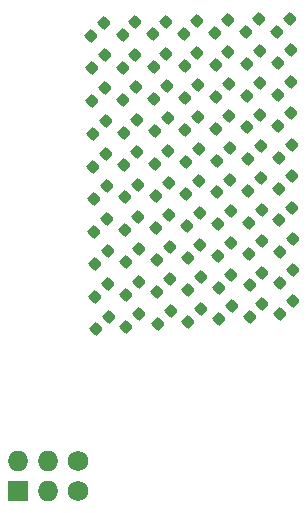
<source format=gtl>
%TF.GenerationSoftware,KiCad,Pcbnew,(6.0.7-1)-1*%
%TF.CreationDate,2022-09-29T19:12:14-05:00*%
%TF.ProjectId,vectrex-sao,76656374-7265-4782-9d73-616f2e6b6963,rev?*%
%TF.SameCoordinates,Original*%
%TF.FileFunction,Copper,L1,Top*%
%TF.FilePolarity,Positive*%
%FSLAX46Y46*%
G04 Gerber Fmt 4.6, Leading zero omitted, Abs format (unit mm)*
G04 Created by KiCad (PCBNEW (6.0.7-1)-1) date 2022-09-29 19:12:14*
%MOMM*%
%LPD*%
G01*
G04 APERTURE LIST*
G04 Aperture macros list*
%AMRoundRect*
0 Rectangle with rounded corners*
0 $1 Rounding radius*
0 $2 $3 $4 $5 $6 $7 $8 $9 X,Y pos of 4 corners*
0 Add a 4 corners polygon primitive as box body*
4,1,4,$2,$3,$4,$5,$6,$7,$8,$9,$2,$3,0*
0 Add four circle primitives for the rounded corners*
1,1,$1+$1,$2,$3*
1,1,$1+$1,$4,$5*
1,1,$1+$1,$6,$7*
1,1,$1+$1,$8,$9*
0 Add four rect primitives between the rounded corners*
20,1,$1+$1,$2,$3,$4,$5,0*
20,1,$1+$1,$4,$5,$6,$7,0*
20,1,$1+$1,$6,$7,$8,$9,0*
20,1,$1+$1,$8,$9,$2,$3,0*%
G04 Aperture macros list end*
%TA.AperFunction,SMDPad,CuDef*%
%ADD10RoundRect,0.225000X0.017678X-0.335876X0.335876X-0.017678X-0.017678X0.335876X-0.335876X0.017678X0*%
%TD*%
%TA.AperFunction,SMDPad,CuDef*%
%ADD11RoundRect,0.225000X-0.017678X0.335876X-0.335876X0.017678X0.017678X-0.335876X0.335876X-0.017678X0*%
%TD*%
%TA.AperFunction,ComponentPad*%
%ADD12O,1.727200X1.727200*%
%TD*%
%TA.AperFunction,ComponentPad*%
%ADD13R,1.727200X1.727200*%
%TD*%
%TA.AperFunction,ComponentPad*%
%ADD14C,1.727200*%
%TD*%
G04 APERTURE END LIST*
D10*
%TO.P,C1-6,1,K*%
%TO.N,/CA1*%
X129076992Y-83173008D03*
%TO.P,C1-6,2,A*%
%TO.N,/CA8*%
X130173008Y-82076992D03*
%TD*%
%TO.P,C1-7,1,K*%
%TO.N,/CA1*%
X131701992Y-83123008D03*
%TO.P,C1-7,2,A*%
%TO.N,/CA9*%
X132798008Y-82026992D03*
%TD*%
%TO.P,C2-1,1,K*%
%TO.N,/CA2*%
X116001992Y-86223008D03*
%TO.P,C2-1,2,A*%
%TO.N,/CA3*%
X117098008Y-85126992D03*
%TD*%
%TO.P,C7-2,1,K*%
%TO.N,/CA7*%
X118826992Y-99873008D03*
%TO.P,C7-2,2,A*%
%TO.N,/CA3*%
X119923008Y-98776992D03*
%TD*%
%TO.P,C2-6,1,K*%
%TO.N,/CA2*%
X129101992Y-85873008D03*
%TO.P,C2-6,2,A*%
%TO.N,/CA8*%
X130198008Y-84776992D03*
%TD*%
%TO.P,C8-7,1,K*%
%TO.N,/CA8*%
X131926992Y-101748008D03*
%TO.P,C8-7,2,A*%
%TO.N,/CA9*%
X133023008Y-100651992D03*
%TD*%
D11*
%TO.P,C7-8,1,K*%
%TO.N,/CB7*%
X133048008Y-105951992D03*
%TO.P,C7-8,2,A*%
%TO.N,/CB1*%
X131951992Y-107048008D03*
%TD*%
D10*
%TO.P,C6-6,1,K*%
%TO.N,/CA6*%
X129251992Y-96573008D03*
%TO.P,C6-6,2,A*%
%TO.N,/CA8*%
X130348008Y-95476992D03*
%TD*%
%TO.P,C6-3,1,K*%
%TO.N,/CA6*%
X121401992Y-96998008D03*
%TO.P,C6-3,2,A*%
%TO.N,/CA4*%
X122498008Y-95901992D03*
%TD*%
D11*
%TO.P,C8-11,1,K*%
%TO.N,/CB8*%
X125223008Y-103876992D03*
%TO.P,C8-11,2,A*%
%TO.N,/CB4*%
X124126992Y-104973008D03*
%TD*%
D10*
%TO.P,C6-7,1,K*%
%TO.N,/CA6*%
X131851992Y-96423008D03*
%TO.P,C6-7,2,A*%
%TO.N,/CA9*%
X132948008Y-95326992D03*
%TD*%
%TO.P,C2-3,1,K*%
%TO.N,/CA2*%
X121226992Y-86098008D03*
%TO.P,C2-3,2,A*%
%TO.N,/CA5*%
X122323008Y-85001992D03*
%TD*%
%TO.P,C7-7,1,K*%
%TO.N,/CA7*%
X131876992Y-99098008D03*
%TO.P,C7-7,2,A*%
%TO.N,/CA9*%
X132973008Y-98001992D03*
%TD*%
D11*
%TO.P,C8-9,1,K*%
%TO.N,/CB8*%
X130448008Y-103501992D03*
%TO.P,C8-9,2,A*%
%TO.N,/CB2*%
X129351992Y-104598008D03*
%TD*%
D10*
%TO.P,C8-4,1,K*%
%TO.N,/CA8*%
X124101992Y-102273008D03*
%TO.P,C8-4,2,A*%
%TO.N,/CA5*%
X125198008Y-101176992D03*
%TD*%
D11*
%TO.P,C7-13,1,K*%
%TO.N,/CB7*%
X120023008Y-107026992D03*
%TO.P,C7-13,2,A*%
%TO.N,/CB6*%
X118926992Y-108123008D03*
%TD*%
D10*
%TO.P,C8-6,1,K*%
%TO.N,/CA8*%
X129301992Y-101923008D03*
%TO.P,C8-6,2,A*%
%TO.N,/CA7*%
X130398008Y-100826992D03*
%TD*%
%TO.P,C3-2,1,K*%
%TO.N,/CA3*%
X118676992Y-88898008D03*
%TO.P,C3-2,2,A*%
%TO.N,/CA4*%
X119773008Y-87801992D03*
%TD*%
%TO.P,C5-5,1,K*%
%TO.N,/CA5*%
X126601992Y-94023008D03*
%TO.P,C5-5,2,A*%
%TO.N,/CA7*%
X127698008Y-92926992D03*
%TD*%
%TO.P,C7-4,1,K*%
%TO.N,/CA7*%
X124051992Y-99573008D03*
%TO.P,C7-4,2,A*%
%TO.N,/CA5*%
X125148008Y-98476992D03*
%TD*%
%TO.P,C6-1,1,K*%
%TO.N,/CA6*%
X116176992Y-97273008D03*
%TO.P,C6-1,2,A*%
%TO.N,/CA2*%
X117273008Y-96176992D03*
%TD*%
D11*
%TO.P,C8-10,1,K*%
%TO.N,/CB8*%
X127823008Y-103701992D03*
%TO.P,C8-10,2,A*%
%TO.N,/CB3*%
X126726992Y-104798008D03*
%TD*%
D10*
%TO.P,C4-2,1,K*%
%TO.N,/CA4*%
X118701992Y-91648008D03*
%TO.P,C4-2,2,A*%
%TO.N,/CA3*%
X119798008Y-90551992D03*
%TD*%
%TO.P,C8-2,1,K*%
%TO.N,/CA8*%
X118876992Y-102623008D03*
%TO.P,C8-2,2,A*%
%TO.N,/CA3*%
X119973008Y-101526992D03*
%TD*%
%TO.P,C1-2,1,K*%
%TO.N,/CA1*%
X118601992Y-83423008D03*
%TO.P,C1-2,2,A*%
%TO.N,/CA4*%
X119698008Y-82326992D03*
%TD*%
D11*
%TO.P,C7-14,1,K*%
%TO.N,/CB7*%
X117448008Y-107226992D03*
%TO.P,C7-14,2,A*%
%TO.N,/CB8*%
X116351992Y-108323008D03*
%TD*%
D10*
%TO.P,C5-7,1,K*%
%TO.N,/CA5*%
X131826992Y-93773008D03*
%TO.P,C5-7,2,A*%
%TO.N,/CA9*%
X132923008Y-92676992D03*
%TD*%
%TO.P,C3-4,1,K*%
%TO.N,/CA3*%
X123901992Y-88723008D03*
%TO.P,C3-4,2,A*%
%TO.N,/CA6*%
X124998008Y-87626992D03*
%TD*%
%TO.P,C8-3,1,K*%
%TO.N,/CA8*%
X121501992Y-102448008D03*
%TO.P,C8-3,2,A*%
%TO.N,/CA4*%
X122598008Y-101351992D03*
%TD*%
%TO.P,C3-7,1,K*%
%TO.N,/CA3*%
X131751992Y-88448008D03*
%TO.P,C3-7,2,A*%
%TO.N,/CA9*%
X132848008Y-87351992D03*
%TD*%
%TO.P,C7-6,1,K*%
%TO.N,/CA7*%
X129276992Y-99273008D03*
%TO.P,C7-6,2,A*%
%TO.N,/CA8*%
X130373008Y-98176992D03*
%TD*%
%TO.P,C5-1,1,K*%
%TO.N,/CA5*%
X116126992Y-94528008D03*
%TO.P,C5-1,2,A*%
%TO.N,/CA2*%
X117223008Y-93431992D03*
%TD*%
%TO.P,C1-1,1,K*%
%TO.N,/CA1*%
X115951992Y-83473008D03*
%TO.P,C1-1,2,A*%
%TO.N,/CA3*%
X117048008Y-82376992D03*
%TD*%
%TO.P,C5-3,1,K*%
%TO.N,/CA5*%
X121371992Y-94273008D03*
%TO.P,C5-3,2,A*%
%TO.N,/CA4*%
X122468008Y-93176992D03*
%TD*%
%TO.P,C7-5,1,K*%
%TO.N,/CA7*%
X126676992Y-99423008D03*
%TO.P,C7-5,2,A*%
%TO.N,/CA6*%
X127773008Y-98326992D03*
%TD*%
%TO.P,C5-6,1,K*%
%TO.N,/CA5*%
X129201992Y-93898008D03*
%TO.P,C5-6,2,A*%
%TO.N,/CA8*%
X130298008Y-92801992D03*
%TD*%
D12*
%TO.P,J2,1,VCC*%
%TO.N,+3.3V*%
X109710000Y-119425000D03*
D13*
%TO.P,J2,2,GND*%
%TO.N,GND*%
X109710000Y-121965000D03*
D12*
%TO.P,J2,3,SDA*%
%TO.N,/SDA*%
X112250000Y-119425000D03*
%TO.P,J2,4,SCL*%
%TO.N,/SCL*%
X112250000Y-121965000D03*
D14*
%TO.P,J2,5,GPIO1*%
%TO.N,/MISO*%
X114790000Y-119425000D03*
%TO.P,J2,6,GPIO2*%
%TO.N,/SCLK*%
X114790000Y-121965000D03*
%TD*%
D10*
%TO.P,C4-7,1,K*%
%TO.N,/CA4*%
X131801992Y-91123008D03*
%TO.P,C4-7,2,A*%
%TO.N,/CA9*%
X132898008Y-90026992D03*
%TD*%
%TO.P,C3-1,1,K*%
%TO.N,/CA3*%
X116051992Y-88998008D03*
%TO.P,C3-1,2,A*%
%TO.N,/CA2*%
X117148008Y-87901992D03*
%TD*%
%TO.P,C2-7,1,K*%
%TO.N,/CA2*%
X131726992Y-85798008D03*
%TO.P,C2-7,2,A*%
%TO.N,/CA9*%
X132823008Y-84701992D03*
%TD*%
%TO.P,C3-3,1,K*%
%TO.N,/CA3*%
X121276992Y-88823008D03*
%TO.P,C3-3,2,A*%
%TO.N,/CA5*%
X122373008Y-87726992D03*
%TD*%
%TO.P,C3-6,1,K*%
%TO.N,/CA3*%
X129126992Y-88548008D03*
%TO.P,C3-6,2,A*%
%TO.N,/CA8*%
X130223008Y-87451992D03*
%TD*%
%TO.P,C8-5,1,K*%
%TO.N,/CA8*%
X126701992Y-102098008D03*
%TO.P,C8-5,2,A*%
%TO.N,/CA6*%
X127798008Y-101001992D03*
%TD*%
%TO.P,C4-4,1,K*%
%TO.N,/CA4*%
X123926992Y-91448008D03*
%TO.P,C4-4,2,A*%
%TO.N,/CA6*%
X125023008Y-90351992D03*
%TD*%
%TO.P,C6-2,1,K*%
%TO.N,/CA6*%
X118801992Y-97148008D03*
%TO.P,C6-2,2,A*%
%TO.N,/CA3*%
X119898008Y-96051992D03*
%TD*%
D11*
%TO.P,C7-10,1,K*%
%TO.N,/CB7*%
X127848008Y-106376992D03*
%TO.P,C7-10,2,A*%
%TO.N,/CB3*%
X126751992Y-107473008D03*
%TD*%
D10*
%TO.P,C7-1,1,K*%
%TO.N,/CA7*%
X116226992Y-100048008D03*
%TO.P,C7-1,2,A*%
%TO.N,/CA2*%
X117323008Y-98951992D03*
%TD*%
D11*
%TO.P,C7-12,1,K*%
%TO.N,/CB7*%
X122673008Y-106801992D03*
%TO.P,C7-12,2,A*%
%TO.N,/CB5*%
X121576992Y-107898008D03*
%TD*%
D10*
%TO.P,C6-4,1,K*%
%TO.N,/CA6*%
X124001992Y-96848008D03*
%TO.P,C6-4,2,A*%
%TO.N,/CA5*%
X125098008Y-95751992D03*
%TD*%
%TO.P,C4-6,1,K*%
%TO.N,/CA4*%
X129176992Y-91223008D03*
%TO.P,C4-6,2,A*%
%TO.N,/CA8*%
X130273008Y-90126992D03*
%TD*%
%TO.P,C4-1,1,K*%
%TO.N,/CA4*%
X116101992Y-91773008D03*
%TO.P,C4-1,2,A*%
%TO.N,/CA2*%
X117198008Y-90676992D03*
%TD*%
D11*
%TO.P,C8-14,1,K*%
%TO.N,/CB8*%
X117398008Y-104476992D03*
%TO.P,C8-14,2,A*%
%TO.N,/CB7*%
X116301992Y-105573008D03*
%TD*%
D10*
%TO.P,C5-4,1,K*%
%TO.N,/CA5*%
X123976992Y-94148008D03*
%TO.P,C5-4,2,A*%
%TO.N,/CA6*%
X125073008Y-93051992D03*
%TD*%
%TO.P,C2-4,1,K*%
%TO.N,/CA2*%
X123851992Y-85998008D03*
%TO.P,C2-4,2,A*%
%TO.N,/CA6*%
X124948008Y-84901992D03*
%TD*%
%TO.P,C7-3,1,K*%
%TO.N,/CA7*%
X121451992Y-99723008D03*
%TO.P,C7-3,2,A*%
%TO.N,/CA4*%
X122548008Y-98626992D03*
%TD*%
%TO.P,C1-5,1,K*%
%TO.N,/CA1*%
X126451992Y-83223008D03*
%TO.P,C1-5,2,A*%
%TO.N,/CA7*%
X127548008Y-82126992D03*
%TD*%
%TO.P,C1-4,1,K*%
%TO.N,/CA1*%
X123826992Y-83298008D03*
%TO.P,C1-4,2,A*%
%TO.N,/CA6*%
X124923008Y-82201992D03*
%TD*%
%TO.P,C4-3,1,K*%
%TO.N,/CA4*%
X121326992Y-91548008D03*
%TO.P,C4-3,2,A*%
%TO.N,/CA5*%
X122423008Y-90451992D03*
%TD*%
D11*
%TO.P,C8-8,1,K*%
%TO.N,/CB8*%
X133048008Y-103301992D03*
%TO.P,C8-8,2,A*%
%TO.N,/CB1*%
X131951992Y-104398008D03*
%TD*%
D10*
%TO.P,C4-5,1,K*%
%TO.N,/CA4*%
X126551992Y-91323008D03*
%TO.P,C4-5,2,A*%
%TO.N,/CA7*%
X127648008Y-90226992D03*
%TD*%
%TO.P,C2-2,1,K*%
%TO.N,/CA2*%
X118601992Y-86173008D03*
%TO.P,C2-2,2,A*%
%TO.N,/CA4*%
X119698008Y-85076992D03*
%TD*%
%TO.P,C8-1,1,K*%
%TO.N,/CA8*%
X116276992Y-102798008D03*
%TO.P,C8-1,2,A*%
%TO.N,/CA2*%
X117373008Y-101701992D03*
%TD*%
D11*
%TO.P,C8-13,1,K*%
%TO.N,/CB8*%
X120023008Y-104276992D03*
%TO.P,C8-13,2,A*%
%TO.N,/CB6*%
X118926992Y-105373008D03*
%TD*%
%TO.P,C7-9,1,K*%
%TO.N,/CB7*%
X130448008Y-106151992D03*
%TO.P,C7-9,2,A*%
%TO.N,/CB2*%
X129351992Y-107248008D03*
%TD*%
D10*
%TO.P,C3-5,1,K*%
%TO.N,/CA3*%
X126526992Y-88623008D03*
%TO.P,C3-5,2,A*%
%TO.N,/CA7*%
X127623008Y-87526992D03*
%TD*%
%TO.P,C6-5,1,K*%
%TO.N,/CA6*%
X126626992Y-96723008D03*
%TO.P,C6-5,2,A*%
%TO.N,/CA7*%
X127723008Y-95626992D03*
%TD*%
%TO.P,C5-2,1,K*%
%TO.N,/CA5*%
X118751992Y-94423008D03*
%TO.P,C5-2,2,A*%
%TO.N,/CA3*%
X119848008Y-93326992D03*
%TD*%
%TO.P,C1-3,1,K*%
%TO.N,/CA1*%
X121201992Y-83348008D03*
%TO.P,C1-3,2,A*%
%TO.N,/CA5*%
X122298008Y-82251992D03*
%TD*%
%TO.P,C2-5,1,K*%
%TO.N,/CA2*%
X126476992Y-85923008D03*
%TO.P,C2-5,2,A*%
%TO.N,/CA7*%
X127573008Y-84826992D03*
%TD*%
D11*
%TO.P,C8-12,1,K*%
%TO.N,/CB8*%
X122623008Y-104076992D03*
%TO.P,C8-12,2,A*%
%TO.N,/CB5*%
X121526992Y-105173008D03*
%TD*%
%TO.P,C7-11,1,K*%
%TO.N,/CB7*%
X125248008Y-106601992D03*
%TO.P,C7-11,2,A*%
%TO.N,/CB4*%
X124151992Y-107698008D03*
%TD*%
M02*

</source>
